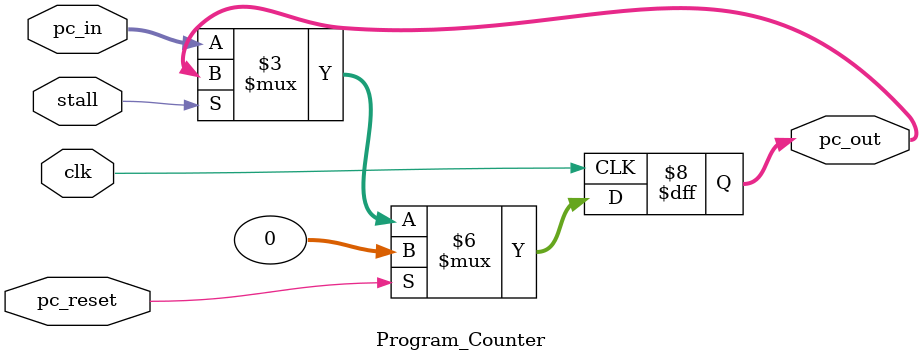
<source format=v>
module Program_Counter(stall, pc_in, pc_reset, clk, pc_out);

input stall;
input wire [31:0]pc_in;
input wire pc_reset, clk;
output reg [31:0]pc_out;

always @(posedge clk)
begin
	if (pc_reset)
		begin
			pc_out <= 32'h00000000;
		end
	else if(!stall)
		begin
			pc_out <= pc_in;
		end		
end
endmodule

</source>
